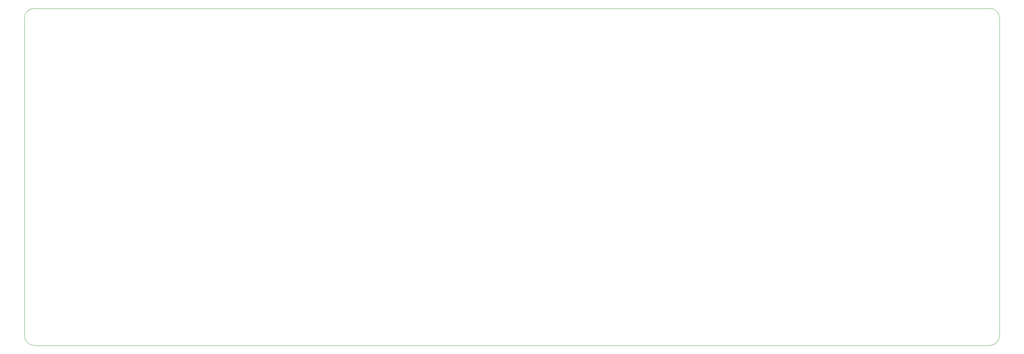
<source format=gbr>
%TF.GenerationSoftware,KiCad,Pcbnew,9.0.7*%
%TF.CreationDate,2026-02-10T17:00:28-08:00*%
%TF.ProjectId,VCU_v2,5643555f-7632-42e6-9b69-6361645f7063,rev?*%
%TF.SameCoordinates,Original*%
%TF.FileFunction,Profile,NP*%
%FSLAX46Y46*%
G04 Gerber Fmt 4.6, Leading zero omitted, Abs format (unit mm)*
G04 Created by KiCad (PCBNEW 9.0.7) date 2026-02-10 17:00:28*
%MOMM*%
%LPD*%
G01*
G04 APERTURE LIST*
%TA.AperFunction,Profile*%
%ADD10C,0.050000*%
%TD*%
G04 APERTURE END LIST*
D10*
X26670000Y-115499215D02*
X26670000Y-33020000D01*
X29210000Y-118039215D02*
G75*
G02*
X26669985Y-115499215I0J2540015D01*
G01*
X26670000Y-33020000D02*
G75*
G02*
X29210000Y-30480000I2540000J0D01*
G01*
X277286295Y-30480000D02*
G75*
G02*
X279826300Y-33020000I5J-2540000D01*
G01*
X279826295Y-115499215D02*
G75*
G02*
X277286295Y-118039195I-2539995J15D01*
G01*
X277286295Y-118039215D02*
X29210000Y-118039215D01*
X29210000Y-30480000D02*
X277286295Y-30480000D01*
X279826295Y-33020000D02*
X279826295Y-115499215D01*
M02*

</source>
